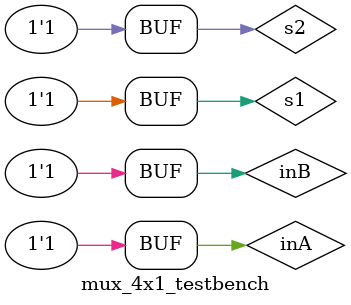
<source format=v>
`define DELAY 20
module mux_4x1_testbench();

reg s1, s2, inA, inB, pre_inA, pre_inB;
wire bigO;

mux_4x1 mux_tb (bigO, s1, s2, inA, inB, pre_inA, pre_inB);

initial begin
s1 = 1'b0; s2 = 1'b0; inA = 1'b1; inB = 1'b1;
#`DELAY;
s1 = 1'b0; s2 = 1'b1; inA = 1'b1; inB = 1'b1;
#`DELAY;
s1 = 1'b1; s2 = 1'b0; inA = 1'b1; inB = 1'b1;
#`DELAY;
s1 = 1'b1; s2 = 1'b1; inA = 1'b1; inB = 1'b1;
end

initial
begin
$monitor("time=%2d, s1=%1b, s2=%1b, inA=%1b, inB=%1b, out=%1b ", $time, s1, s2, inA, inB, out);
end

endmodule

</source>
